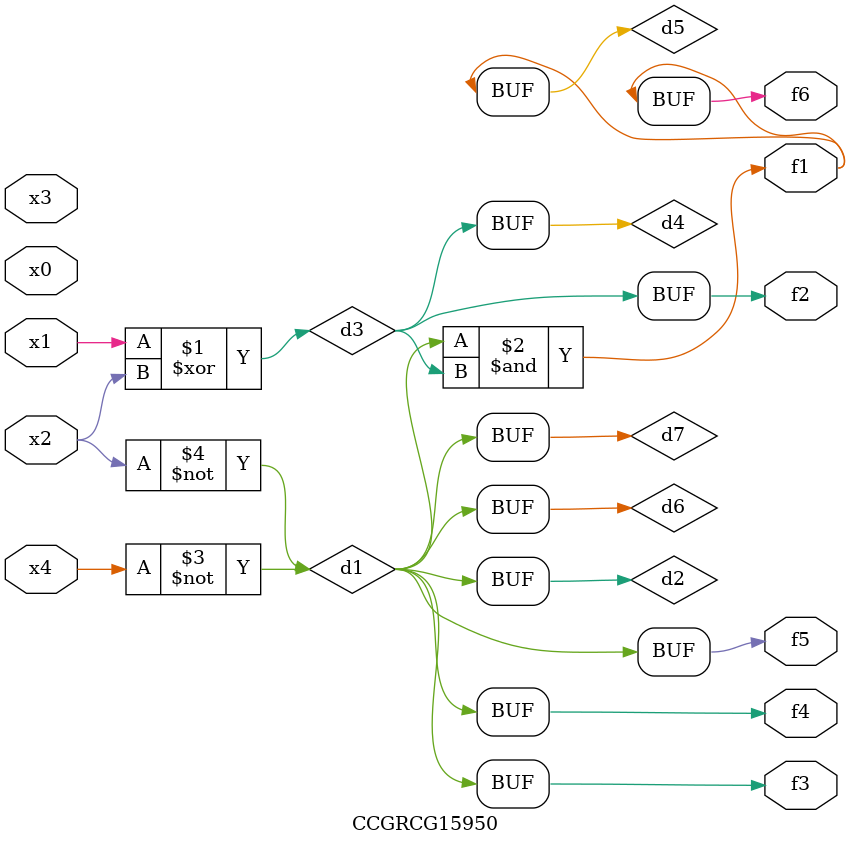
<source format=v>
module CCGRCG15950(
	input x0, x1, x2, x3, x4,
	output f1, f2, f3, f4, f5, f6
);

	wire d1, d2, d3, d4, d5, d6, d7;

	not (d1, x4);
	not (d2, x2);
	xor (d3, x1, x2);
	buf (d4, d3);
	and (d5, d1, d3);
	buf (d6, d1, d2);
	buf (d7, d2);
	assign f1 = d5;
	assign f2 = d4;
	assign f3 = d7;
	assign f4 = d7;
	assign f5 = d7;
	assign f6 = d5;
endmodule

</source>
